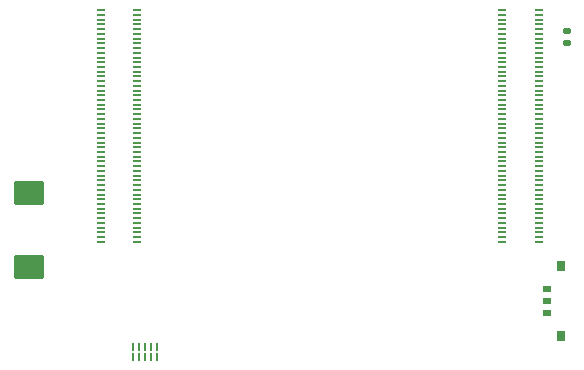
<source format=gbr>
%TF.GenerationSoftware,KiCad,Pcbnew,8.0.7*%
%TF.CreationDate,2025-01-30T17:12:35+01:00*%
%TF.ProjectId,CM5_MINIMA_2,434d355f-4d49-44e4-994d-415f322e6b69,2*%
%TF.SameCoordinates,Original*%
%TF.FileFunction,Paste,Bot*%
%TF.FilePolarity,Positive*%
%FSLAX46Y46*%
G04 Gerber Fmt 4.6, Leading zero omitted, Abs format (unit mm)*
G04 Created by KiCad (PCBNEW 8.0.7) date 2025-01-30 17:12:35*
%MOMM*%
%LPD*%
G01*
G04 APERTURE LIST*
G04 Aperture macros list*
%AMRoundRect*
0 Rectangle with rounded corners*
0 $1 Rounding radius*
0 $2 $3 $4 $5 $6 $7 $8 $9 X,Y pos of 4 corners*
0 Add a 4 corners polygon primitive as box body*
4,1,4,$2,$3,$4,$5,$6,$7,$8,$9,$2,$3,0*
0 Add four circle primitives for the rounded corners*
1,1,$1+$1,$2,$3*
1,1,$1+$1,$4,$5*
1,1,$1+$1,$6,$7*
1,1,$1+$1,$8,$9*
0 Add four rect primitives between the rounded corners*
20,1,$1+$1,$2,$3,$4,$5,0*
20,1,$1+$1,$4,$5,$6,$7,0*
20,1,$1+$1,$6,$7,$8,$9,0*
20,1,$1+$1,$8,$9,$2,$3,0*%
G04 Aperture macros list end*
%ADD10R,0.700000X0.600000*%
%ADD11R,0.700000X0.900000*%
%ADD12R,0.700000X0.200000*%
%ADD13R,0.250000X0.680000*%
%ADD14RoundRect,0.250000X-1.025000X0.787500X-1.025000X-0.787500X1.025000X-0.787500X1.025000X0.787500X0*%
%ADD15RoundRect,0.135000X0.185000X-0.135000X0.185000X0.135000X-0.185000X0.135000X-0.185000X-0.135000X0*%
G04 APERTURE END LIST*
D10*
%TO.C,SW101*%
X51670000Y11190000D03*
X51670000Y9190000D03*
X51670000Y10190000D03*
D11*
X52930000Y7190000D03*
X52930000Y13190000D03*
%TD*%
D12*
%TO.C,Module301*%
X50990000Y34800000D03*
X47910000Y34800000D03*
X50990000Y34400000D03*
X47910000Y34400000D03*
X50990000Y34000000D03*
X47910000Y34000000D03*
X50990000Y33600000D03*
X47910000Y33600000D03*
X50990000Y33200000D03*
X47910000Y33200000D03*
X50990000Y32800000D03*
X47910000Y32800000D03*
X50990000Y32400000D03*
X47910000Y32400000D03*
X50990000Y32000000D03*
X47910000Y32000000D03*
X50990000Y31600000D03*
X47910000Y31600000D03*
X50990000Y31200000D03*
X47910000Y31200000D03*
X50990000Y30800000D03*
X47910000Y30800000D03*
X50990000Y30400000D03*
X47910000Y30400000D03*
X50990000Y30000000D03*
X47910000Y30000000D03*
X50990000Y29600000D03*
X47910000Y29600000D03*
X50990000Y29200000D03*
X47910000Y29200000D03*
X50990000Y28800000D03*
X47910000Y28800000D03*
X50990000Y28400000D03*
X47910000Y28400000D03*
X50990000Y28000000D03*
X47910000Y28000000D03*
X50990000Y27600000D03*
X47910000Y27600000D03*
X50990000Y27200000D03*
X47910000Y27200000D03*
X50990000Y26800000D03*
X47910000Y26800000D03*
X50990000Y26400000D03*
X47910000Y26400000D03*
X50990000Y26000000D03*
X47910000Y26000000D03*
X50990000Y25600000D03*
X47910000Y25600000D03*
X50990000Y25200000D03*
X47910000Y25200000D03*
X50990000Y24800000D03*
X47910000Y24800000D03*
X50990000Y24400000D03*
X47910000Y24400000D03*
X50990000Y24000000D03*
X47910000Y24000000D03*
X50990000Y23600000D03*
X47910000Y23600000D03*
X50990000Y23200000D03*
X47910000Y23200000D03*
X50990000Y22800000D03*
X47910000Y22800000D03*
X50990000Y22400000D03*
X47910000Y22400000D03*
X50990000Y22000000D03*
X47910000Y22000000D03*
X50990000Y21600000D03*
X47910000Y21600000D03*
X50990000Y21200000D03*
X47910000Y21200000D03*
X50990000Y20800000D03*
X47910000Y20800000D03*
X50990000Y20400000D03*
X47910000Y20400000D03*
X50990000Y20000000D03*
X47910000Y20000000D03*
X50990000Y19600000D03*
X47910000Y19600000D03*
X50990000Y19200000D03*
X47910000Y19200000D03*
X50990000Y18800000D03*
X47910000Y18800000D03*
X50990000Y18400000D03*
X47910000Y18400000D03*
X50990000Y18000000D03*
X47910000Y18000000D03*
X50990000Y17600000D03*
X47910000Y17600000D03*
X50990000Y17200000D03*
X47910000Y17200000D03*
X50990000Y16800000D03*
X47910000Y16800000D03*
X50990000Y16400000D03*
X47910000Y16400000D03*
X50990000Y16000000D03*
X47910000Y16000000D03*
X50990000Y15600000D03*
X47910000Y15600000D03*
X50990000Y15200000D03*
X47910000Y15200000D03*
%TD*%
D13*
%TO.C,D403*%
X16670000Y6290000D03*
X17170000Y6290000D03*
X17670000Y6290000D03*
X18170000Y6290000D03*
X18670000Y6290000D03*
X18670000Y5430000D03*
X18170000Y5430000D03*
X17670000Y5430000D03*
X17170000Y5430000D03*
X16670000Y5430000D03*
%TD*%
D14*
%TO.C,C702*%
X7850000Y19312500D03*
X7850000Y13087500D03*
%TD*%
D15*
%TO.C,R104*%
X53390000Y32050000D03*
X53390000Y33070000D03*
%TD*%
D12*
%TO.C,Module302*%
X16990000Y34800000D03*
X13910000Y34800000D03*
X16990000Y34400000D03*
X13910000Y34400000D03*
X16990000Y34000000D03*
X13910000Y34000000D03*
X16990000Y33600000D03*
X13910000Y33600000D03*
X16990000Y33200000D03*
X13910000Y33200000D03*
X16990000Y32800000D03*
X13910000Y32800000D03*
X16990000Y32400000D03*
X13910000Y32400000D03*
X16990000Y32000000D03*
X13910000Y32000000D03*
X16990000Y31600000D03*
X13910000Y31600000D03*
X16990000Y31200000D03*
X13910000Y31200000D03*
X16990000Y30800000D03*
X13910000Y30800000D03*
X16990000Y30400000D03*
X13910000Y30400000D03*
X16990000Y30000000D03*
X13910000Y30000000D03*
X16990000Y29600000D03*
X13910000Y29600000D03*
X16990000Y29200000D03*
X13910000Y29200000D03*
X16990000Y28800000D03*
X13910000Y28800000D03*
X16990000Y28400000D03*
X13910000Y28400000D03*
X16990000Y28000000D03*
X13910000Y28000000D03*
X16990000Y27600000D03*
X13910000Y27600000D03*
X16990000Y27200000D03*
X13910000Y27200000D03*
X16990000Y26800000D03*
X13910000Y26800000D03*
X16990000Y26400000D03*
X13910000Y26400000D03*
X16990000Y26000000D03*
X13910000Y26000000D03*
X16990000Y25600000D03*
X13910000Y25600000D03*
X16990000Y25200000D03*
X13910000Y25200000D03*
X16990000Y24800000D03*
X13910000Y24800000D03*
X16990000Y24400000D03*
X13910000Y24400000D03*
X16990000Y24000000D03*
X13910000Y24000000D03*
X16990000Y23600000D03*
X13910000Y23600000D03*
X16990000Y23200000D03*
X13910000Y23200000D03*
X16990000Y22800000D03*
X13910000Y22800000D03*
X16990000Y22400000D03*
X13910000Y22400000D03*
X16990000Y22000000D03*
X13910000Y22000000D03*
X16990000Y21600000D03*
X13910000Y21600000D03*
X16990000Y21200000D03*
X13910000Y21200000D03*
X16990000Y20800000D03*
X13910000Y20800000D03*
X16990000Y20400000D03*
X13910000Y20400000D03*
X16990000Y20000000D03*
X13910000Y20000000D03*
X16990000Y19600000D03*
X13910000Y19600000D03*
X16990000Y19200000D03*
X13910000Y19200000D03*
X16990000Y18800000D03*
X13910000Y18800000D03*
X16990000Y18400000D03*
X13910000Y18400000D03*
X16990000Y18000000D03*
X13910000Y18000000D03*
X16990000Y17600000D03*
X13910000Y17600000D03*
X16990000Y17200000D03*
X13910000Y17200000D03*
X16990000Y16800000D03*
X13910000Y16800000D03*
X16990000Y16400000D03*
X13910000Y16400000D03*
X16990000Y16000000D03*
X13910000Y16000000D03*
X16990000Y15600000D03*
X13910000Y15600000D03*
X16990000Y15200000D03*
X13910000Y15200000D03*
%TD*%
M02*

</source>
